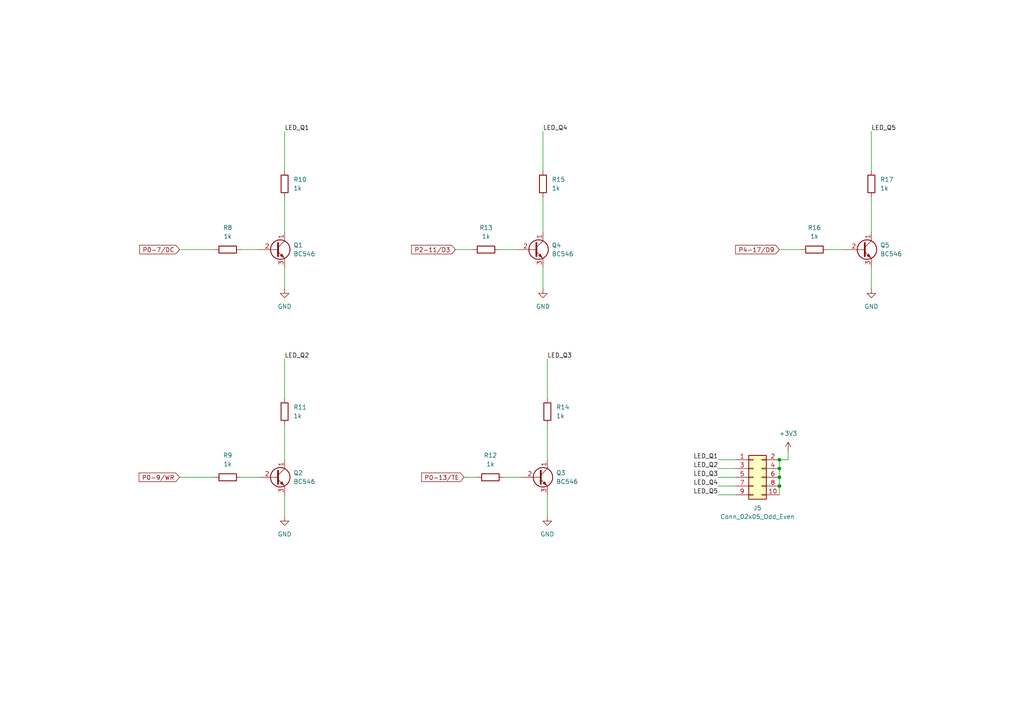
<source format=kicad_sch>
(kicad_sch (version 20231120) (generator "eeschema") (generator_version "8.0")
  (paper "A4")
  (title_block (title "Datalogger Expansion Shield") (date "2025-02-26") (rev "1.2"))
  (lib_symbols
    (symbol "Connector_Generic:Conn_02x05_Odd_Even" (pin_names (offset 1.016) hide)
      (property "Reference" "J" (at 1.27 7.62 0))
      (property "Value" "Conn_02x05_Odd_Even" (at 1.27 -7.62 0))
      (symbol "Conn_02x05_Odd_Even_1_1"
        (rectangle (start -1.27 -4.953) (end 0 -5.207) (stroke (width 0.1524)))
        (rectangle (start -1.27 -2.413) (end 0 -2.667) (stroke (width 0.1524)))
        (rectangle (start -1.27 0.127) (end 0 -0.127) (stroke (width 0.1524)))
        (rectangle (start -1.27 2.667) (end 0 2.413) (stroke (width 0.1524)))
        (rectangle (start -1.27 5.207) (end 0 4.953) (stroke (width 0.1524)))
        (rectangle (start -1.27 6.35) (end 3.81 -6.35) (stroke (width 0.254)) (fill (type background)))
        (rectangle (start 3.81 -4.953) (end 2.54 -5.207) (stroke (width 0.1524)))
        (rectangle (start 3.81 -2.413) (end 2.54 -2.667) (stroke (width 0.1524)))
        (rectangle (start 3.81 0.127) (end 2.54 -0.127) (stroke (width 0.1524)))
        (rectangle (start 3.81 2.667) (end 2.54 2.413) (stroke (width 0.1524)))
        (rectangle (start 3.81 5.207) (end 2.54 4.953) (stroke (width 0.1524)))
        (pin passive line (at -5.08 5.08 0) (length 3.81) (name "Pin_1") (number "1"))
        (pin passive line (at 7.62 -5.08 180) (length 3.81) (name "Pin_10") (number "10"))
        (pin passive line (at 7.62 5.08 180) (length 3.81) (name "Pin_2") (number "2"))
        (pin passive line (at -5.08 2.54 0) (length 3.81) (name "Pin_3") (number "3"))
        (pin passive line (at 7.62 2.54 180) (length 3.81) (name "Pin_4") (number "4"))
        (pin passive line (at -5.08 0 0) (length 3.81) (name "Pin_5") (number "5"))
        (pin passive line (at 7.62 0 180) (length 3.81) (name "Pin_6") (number "6"))
        (pin passive line (at -5.08 -2.54 0) (length 3.81) (name "Pin_7") (number "7"))
        (pin passive line (at 7.62 -2.54 180) (length 3.81) (name "Pin_8") (number "8"))
        (pin passive line (at -5.08 -5.08 0) (length 3.81) (name "Pin_9") (number "9"))
      )
    )
    (symbol "Device:R" (pin_numbers hide) (pin_names (offset 0))
      (property "Reference" "R" (at 2.032 0 90))
      (property "Value" "R" (at 0 0 90))
      (symbol "R_0_1"
        (rectangle (start -1.016 -2.54) (end 1.016 2.54) (stroke (width 0.254)))
      )
      (symbol "R_1_1"
        (pin passive line (at 0 3.81 270) (length 1.27) (name "~") (number "1"))
        (pin passive line (at 0 -3.81 90) (length 1.27) (name "~") (number "2"))
      )
    )
    (symbol "Transistor_BJT:BC546" (pin_names (offset 0) hide)
      (property "Reference" "Q" (at 5.08 1.905 0))
      (property "Value" "BC546" (at 5.08 0 0))
      (symbol "BC546_0_1"
        (polyline (pts (xy 0 0) (xy 0.635 0)))
        (polyline (pts (xy 0.635 0.635) (xy 2.54 2.54)))
        (polyline (pts (xy 0.635 -0.635) (xy 2.54 -2.54) (xy 2.54 -2.54)))
        (polyline (pts (xy 0.635 1.905) (xy 0.635 -1.905) (xy 0.635 -1.905)) (stroke (width 0.508)))
        (polyline (pts (xy 1.27 -1.778) (xy 1.778 -1.27) (xy 2.286 -2.286) (xy 1.27 -1.778) (xy 1.27 -1.778)) (fill (type outline)))
        (circle (center 1.27 0) (radius 2.8194) (stroke (width 0.254)))
      )
      (symbol "BC546_1_1"
        (pin passive line (at 2.54 5.08 270) (length 2.54) (name "C") (number "1"))
        (pin input line (at -5.08 0 0) (length 5.08) (name "B") (number "2"))
        (pin passive line (at 2.54 -5.08 90) (length 2.54) (name "E") (number "3"))
      )
    )
    (symbol "power:+3V3" (power) (pin_numbers hide) (pin_names (offset 0) hide)
      (property "Value" "+3V3" (at 0 3.556 0))
      (symbol "+3V3_0_1"
        (polyline (pts (xy -0.762 1.27) (xy 0 2.54)))
        (polyline (pts (xy 0 0) (xy 0 2.54)))
        (polyline (pts (xy 0 2.54) (xy 0.762 1.27)))
      )
      (symbol "+3V3_1_1"
        (pin power_in line (at 0 0 90) (length 0) (name "~") (number "1"))
      )
    )
    (symbol "power:GND" (power) (pin_numbers hide) (pin_names (offset 0) hide)
      (property "Value" "GND" (at 0 -3.81 0))
      (symbol "GND_0_1"
        (polyline (pts (xy 0 0) (xy 0 -1.27) (xy 1.27 -1.27) (xy 0 -2.54) (xy -1.27 -1.27) (xy 0 -1.27)))
      )
      (symbol "GND_1_1"
        (pin power_in line (at 0 0 270) (length 0) (name "~") (number "1"))
      )
    )
  )
  (junction (at 226.06 133.35))
  (junction (at 226.06 140.97))
  (junction (at 226.06 138.43))
  (junction (at 226.06 135.89))
  (wire (pts (xy 158.75 123.19) (xy 158.75 133.35)))
  (wire (pts (xy 208.28 143.51) (xy 213.36 143.51)))
  (wire (pts (xy 228.6 133.35) (xy 226.06 133.35)))
  (wire (pts (xy 157.48 77.47) (xy 157.48 83.82)))
  (wire (pts (xy 132.08 72.39) (xy 137.16 72.39)))
  (wire (pts (xy 82.55 77.47) (xy 82.55 83.82)))
  (wire (pts (xy 157.48 38.1) (xy 157.48 49.53)))
  (wire (pts (xy 240.03 72.39) (xy 245.11 72.39)))
  (wire (pts (xy 226.06 140.97) (xy 226.06 143.51)))
  (wire (pts (xy 158.75 104.14) (xy 158.75 115.57)))
  (wire (pts (xy 208.28 140.97) (xy 213.36 140.97)))
  (wire (pts (xy 252.73 57.15) (xy 252.73 67.31)))
  (wire (pts (xy 252.73 77.47) (xy 252.73 83.82)))
  (wire (pts (xy 226.06 138.43) (xy 226.06 140.97)))
  (wire (pts (xy 226.06 135.89) (xy 226.06 138.43)))
  (wire (pts (xy 82.55 57.15) (xy 82.55 67.31)))
  (wire (pts (xy 252.73 38.1) (xy 252.73 49.53)))
  (wire (pts (xy 82.55 143.51) (xy 82.55 149.86)))
  (wire (pts (xy 208.28 135.89) (xy 213.36 135.89)))
  (wire (pts (xy 144.78 72.39) (xy 149.86 72.39)))
  (wire (pts (xy 82.55 38.1) (xy 82.55 49.53)))
  (wire (pts (xy 226.06 133.35) (xy 226.06 135.89)))
  (wire (pts (xy 228.6 130.81) (xy 228.6 133.35)))
  (wire (pts (xy 82.55 123.19) (xy 82.55 133.35)))
  (wire (pts (xy 208.28 138.43) (xy 213.36 138.43)))
  (wire (pts (xy 52.07 138.43) (xy 62.23 138.43)))
  (wire (pts (xy 208.28 133.35) (xy 213.36 133.35)))
  (wire (pts (xy 52.07 72.39) (xy 62.23 72.39)))
  (wire (pts (xy 157.48 57.15) (xy 157.48 67.31)))
  (wire (pts (xy 226.06 72.39) (xy 232.41 72.39)))
  (wire (pts (xy 158.75 143.51) (xy 158.75 149.86)))
  (wire (pts (xy 134.62 138.43) (xy 138.43 138.43)))
  (wire (pts (xy 82.55 104.14) (xy 82.55 115.57)))
  (wire (pts (xy 146.05 138.43) (xy 151.13 138.43)))
  (wire (pts (xy 69.85 138.43) (xy 74.93 138.43)))
  (wire (pts (xy 69.85 72.39) (xy 74.93 72.39)))
  (label "LED_Q2" (at 208.28 135.89 180))
  (label "LED_Q2" (at 82.55 104.14 0))
  (label "LED_Q3" (at 158.75 104.14 0))
  (label "LED_Q4" (at 208.28 140.97 180))
  (label "LED_Q5" (at 208.28 143.51 180))
  (label "LED_Q1" (at 208.28 133.35 180))
  (label "LED_Q1" (at 82.55 38.1 0))
  (label "LED_Q3" (at 208.28 138.43 180))
  (label "LED_Q4" (at 157.48 38.1 0))
  (label "LED_Q5" (at 252.73 38.1 0))
  (global_label "P2-11{slash}D3" (shape input) (at 132.08 72.39 180) (property "Intersheetrefs" "${INTERSHEET_REFS}" (effects (hide yes))))
  (global_label "P4-17{slash}D9" (shape input) (at 226.06 72.39 180) (property "Intersheetrefs" "${INTERSHEET_REFS}" (effects (hide yes))))
  (global_label "P0-7{slash}DC" (shape input) (at 52.07 72.39 180) (property "Intersheetrefs" "${INTERSHEET_REFS}" (effects (hide yes))))
  (global_label "P0-13{slash}TE" (shape input) (at 134.62 138.43 180) (property "Intersheetrefs" "${INTERSHEET_REFS}" (effects (hide yes))))
  (global_label "P0-9{slash}WR" (shape input) (at 52.07 138.43 180) (property "Intersheetrefs" "${INTERSHEET_REFS}" (effects (hide yes))))
  (symbol (lib_id "Device:R") (at 158.75 119.38 180) (unit 1)
    (property "Reference" "R14" (at 161.29 118.1099 0) (effects (justify right)))
    (property "Value" "1k" (at 161.29 120.6499 0) (effects (justify right)))
    (property "Footprint" "Resistor_SMD:R_1206_3216Metric_Pad1.30x1.75mm_HandSolder" (effects (hide yes)))
    (property "Description" "Resistor" (effects (hide yes)))
  )
  (symbol (lib_id "power:+3V3") (at 228.6 130.81 0) (mirror y) (unit 1)
    (property "Reference" "#PWR022" (effects (hide yes)))
    (property "Value" "+3V3" (at 228.6 125.73 0))
    (property "Description" "Power symbol creates a global label with name \"+3V3\"" (effects (hide yes)))
  )
  (symbol (lib_id "power:GND") (at 157.48 83.82 0) (unit 1)
    (property "Reference" "#PWR029" (effects (hide yes)))
    (property "Value" "GND" (at 157.48 88.9 0))
    (property "Description" "Power symbol creates a global label with name \"GND\" , ground" (effects (hide yes)))
  )
  (symbol (lib_id "Device:R") (at 236.22 72.39 90) (unit 1)
    (property "Reference" "R16" (at 236.22 66.04 90))
    (property "Value" "1k" (at 236.22 68.58 90))
    (property "Footprint" "Resistor_SMD:R_1206_3216Metric_Pad1.30x1.75mm_HandSolder" (effects (hide yes)))
    (property "Description" "Resistor" (effects (hide yes)))
  )
  (symbol (lib_id "power:GND") (at 158.75 149.86 0) (unit 1)
    (property "Reference" "#PWR028" (effects (hide yes)))
    (property "Value" "GND" (at 158.75 154.94 0))
    (property "Description" "Power symbol creates a global label with name \"GND\" , ground" (effects (hide yes)))
  )
  (symbol (lib_id "Device:R") (at 157.48 53.34 180) (unit 1)
    (property "Reference" "R15" (at 160.02 52.0699 0) (effects (justify right)))
    (property "Value" "1k" (at 160.02 54.6099 0) (effects (justify right)))
    (property "Footprint" "Resistor_SMD:R_1206_3216Metric_Pad1.30x1.75mm_HandSolder" (effects (hide yes)))
    (property "Description" "Resistor" (effects (hide yes)))
  )
  (symbol (lib_id "Transistor_BJT:BC546") (at 154.94 72.39 0) (unit 1)
    (property "Reference" "Q4" (at 160.02 71.1199 0) (effects (justify left)))
    (property "Value" "BC546" (at 160.02 73.6599 0) (effects (justify left)))
    (property "Footprint" "Package_TO_SOT_THT:TO-92_Inline" (effects (hide yes)))
    (property "Datasheet" "https://www.onsemi.com/pub/Collateral/BC550-D.pdf" (effects (hide yes)))
    (property "Description" "0.1A Ic, 65V Vce, Small Signal NPN Transistor, TO-92" (effects (hide yes)))
  )
  (symbol (lib_id "Device:R") (at 66.04 138.43 90) (unit 1)
    (property "Reference" "R9" (at 66.04 132.08 90))
    (property "Value" "1k" (at 66.04 134.62 90))
    (property "Footprint" "Resistor_SMD:R_1206_3216Metric_Pad1.30x1.75mm_HandSolder" (effects (hide yes)))
    (property "Description" "Resistor" (effects (hide yes)))
  )
  (symbol (lib_id "Connector_Generic:Conn_02x05_Odd_Even") (at 218.44 138.43 0) (unit 1)
    (property "Reference" "J5" (at 219.71 147.32 0))
    (property "Value" "Conn_02x05_Odd_Even" (at 219.71 149.86 0))
    (property "Footprint" "Connector_PinSocket_2.54mm:PinSocket_2x05_P2.54mm_Vertical" (effects (hide yes)))
    (property "Description" "Generic connector, double row, 02x05, odd/even pin numbering scheme (row 1 odd numbers, row 2 even numbers), script generated (kicad-library-utils/schlib/autogen/connector/)" (effects (hide yes)))
  )
  (symbol (lib_id "power:GND") (at 82.55 83.82 0) (unit 1)
    (property "Reference" "#PWR024" (effects (hide yes)))
    (property "Value" "GND" (at 82.55 88.9 0))
    (property "Description" "Power symbol creates a global label with name \"GND\" , ground" (effects (hide yes)))
  )
  (symbol (lib_id "Device:R") (at 66.04 72.39 90) (unit 1)
    (property "Reference" "R8" (at 66.04 66.04 90))
    (property "Value" "1k" (at 66.04 68.58 90))
    (property "Footprint" "Resistor_SMD:R_1206_3216Metric_Pad1.30x1.75mm_HandSolder" (effects (hide yes)))
    (property "Description" "Resistor" (effects (hide yes)))
  )
  (symbol (lib_id "Device:R") (at 252.73 53.34 180) (unit 1)
    (property "Reference" "R17" (at 255.27 52.0699 0) (effects (justify right)))
    (property "Value" "1k" (at 255.27 54.6099 0) (effects (justify right)))
    (property "Footprint" "Resistor_SMD:R_1206_3216Metric_Pad1.30x1.75mm_HandSolder" (effects (hide yes)))
    (property "Description" "Resistor" (effects (hide yes)))
  )
  (symbol (lib_id "power:GND") (at 82.55 149.86 0) (unit 1)
    (property "Reference" "#PWR025" (effects (hide yes)))
    (property "Value" "GND" (at 82.55 154.94 0))
    (property "Description" "Power symbol creates a global label with name \"GND\" , ground" (effects (hide yes)))
  )
  (symbol (lib_id "Transistor_BJT:BC546") (at 80.01 72.39 0) (unit 1)
    (property "Reference" "Q1" (at 85.09 71.1199 0) (effects (justify left)))
    (property "Value" "BC546" (at 85.09 73.6599 0) (effects (justify left)))
    (property "Footprint" "Package_TO_SOT_THT:TO-92_Inline" (effects (hide yes)))
    (property "Datasheet" "https://www.onsemi.com/pub/Collateral/BC550-D.pdf" (effects (hide yes)))
    (property "Description" "0.1A Ic, 65V Vce, Small Signal NPN Transistor, TO-92" (effects (hide yes)))
  )
  (symbol (lib_id "power:GND") (at 252.73 83.82 0) (unit 1)
    (property "Reference" "#PWR031" (effects (hide yes)))
    (property "Value" "GND" (at 252.73 88.9 0))
    (property "Description" "Power symbol creates a global label with name \"GND\" , ground" (effects (hide yes)))
  )
  (symbol (lib_id "Device:R") (at 82.55 119.38 180) (unit 1)
    (property "Reference" "R11" (at 85.09 118.1099 0) (effects (justify right)))
    (property "Value" "1k" (at 85.09 120.6499 0) (effects (justify right)))
    (property "Footprint" "Resistor_SMD:R_1206_3216Metric_Pad1.30x1.75mm_HandSolder" (effects (hide yes)))
    (property "Description" "Resistor" (effects (hide yes)))
  )
  (symbol (lib_id "Transistor_BJT:BC546") (at 156.21 138.43 0) (unit 1)
    (property "Reference" "Q3" (at 161.29 137.1599 0) (effects (justify left)))
    (property "Value" "BC546" (at 161.29 139.6999 0) (effects (justify left)))
    (property "Footprint" "Package_TO_SOT_THT:TO-92_Inline" (effects (hide yes)))
    (property "Datasheet" "https://www.onsemi.com/pub/Collateral/BC550-D.pdf" (effects (hide yes)))
    (property "Description" "0.1A Ic, 65V Vce, Small Signal NPN Transistor, TO-92" (effects (hide yes)))
  )
  (symbol (lib_id "Device:R") (at 82.55 53.34 180) (unit 1)
    (property "Reference" "R10" (at 85.09 52.0699 0) (effects (justify right)))
    (property "Value" "1k" (at 85.09 54.6099 0) (effects (justify right)))
    (property "Footprint" "Resistor_SMD:R_1206_3216Metric_Pad1.30x1.75mm_HandSolder" (effects (hide yes)))
    (property "Description" "Resistor" (effects (hide yes)))
  )
  (symbol (lib_id "Transistor_BJT:BC546") (at 80.01 138.43 0) (unit 1)
    (property "Reference" "Q2" (at 85.09 137.1599 0) (effects (justify left)))
    (property "Value" "BC546" (at 85.09 139.6999 0) (effects (justify left)))
    (property "Footprint" "Package_TO_SOT_THT:TO-92_Inline" (effects (hide yes)))
    (property "Datasheet" "https://www.onsemi.com/pub/Collateral/BC550-D.pdf" (effects (hide yes)))
    (property "Description" "0.1A Ic, 65V Vce, Small Signal NPN Transistor, TO-92" (effects (hide yes)))
  )
  (symbol (lib_id "Device:R") (at 140.97 72.39 90) (unit 1)
    (property "Reference" "R13" (at 140.97 66.04 90))
    (property "Value" "1k" (at 140.97 68.58 90))
    (property "Footprint" "Resistor_SMD:R_1206_3216Metric_Pad1.30x1.75mm_HandSolder" (effects (hide yes)))
    (property "Description" "Resistor" (effects (hide yes)))
  )
  (symbol (lib_id "Transistor_BJT:BC546") (at 250.19 72.39 0) (unit 1)
    (property "Reference" "Q5" (at 255.27 71.1199 0) (effects (justify left)))
    (property "Value" "BC546" (at 255.27 73.6599 0) (effects (justify left)))
    (property "Footprint" "Package_TO_SOT_THT:TO-92_Inline" (effects (hide yes)))
    (property "Datasheet" "https://www.onsemi.com/pub/Collateral/BC550-D.pdf" (effects (hide yes)))
    (property "Description" "0.1A Ic, 65V Vce, Small Signal NPN Transistor, TO-92" (effects (hide yes)))
  )
  (symbol (lib_id "Device:R") (at 142.24 138.43 90) (unit 1)
    (property "Reference" "R12" (at 142.24 132.08 90))
    (property "Value" "1k" (at 142.24 134.62 90))
    (property "Footprint" "Resistor_SMD:R_1206_3216Metric_Pad1.30x1.75mm_HandSolder" (effects (hide yes)))
    (property "Description" "Resistor" (effects (hide yes)))
  )
)
</source>
